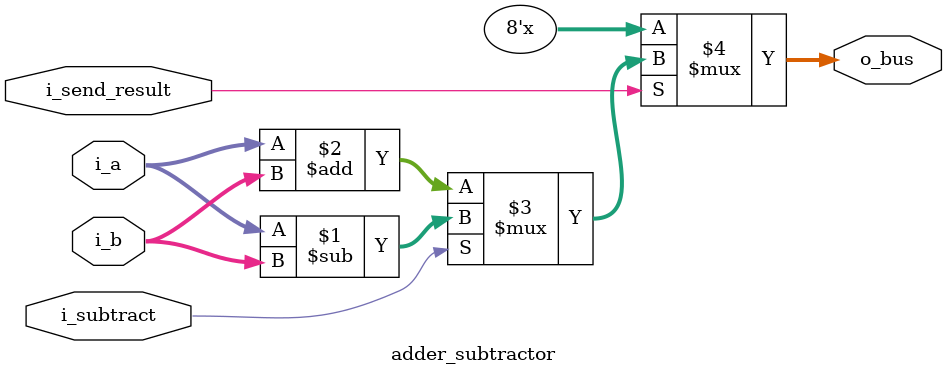
<source format=v>
/** 8 bit 2s complement adder or subtractor
 */

module adder_subtractor
  (
   input [7:0]  i_a,
   input [7:0]  i_b,
   input        i_subtract, // 0: ADD, 1: SUBTRACT
   input        i_send_result,
   output [7:0] o_bus
   );
 
   // tri-state output: disconnected, add, or subtract:
   assign o_bus = i_send_result ? (i_subtract ? (i_a - i_b) : (i_a + i_b)) : 8'bzzzzzzzz;

endmodule // adder_subtractor


</source>
